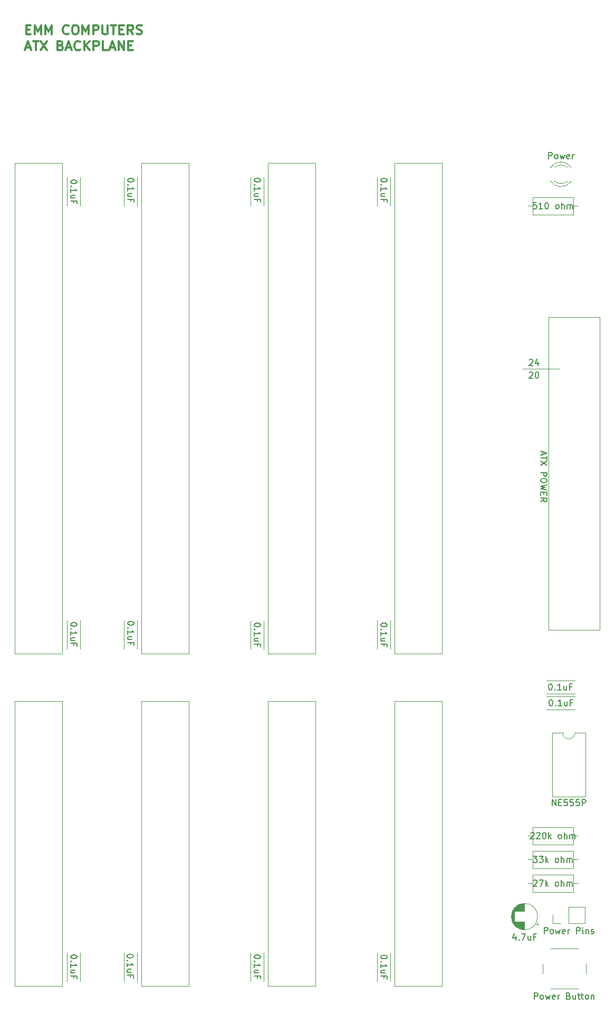
<source format=gbr>
G04 #@! TF.GenerationSoftware,KiCad,Pcbnew,(5.1.8)-1*
G04 #@! TF.CreationDate,2025-02-24T09:12:35-07:00*
G04 #@! TF.ProjectId,Backplane,4261636b-706c-4616-9e65-2e6b69636164,rev?*
G04 #@! TF.SameCoordinates,Original*
G04 #@! TF.FileFunction,Legend,Top*
G04 #@! TF.FilePolarity,Positive*
%FSLAX46Y46*%
G04 Gerber Fmt 4.6, Leading zero omitted, Abs format (unit mm)*
G04 Created by KiCad (PCBNEW (5.1.8)-1) date 2025-02-24 09:12:35*
%MOMM*%
%LPD*%
G01*
G04 APERTURE LIST*
%ADD10C,0.300000*%
%ADD11C,0.120000*%
%ADD12C,0.150000*%
G04 APERTURE END LIST*
D10*
X61512142Y-17916857D02*
X62012142Y-17916857D01*
X62226428Y-18702571D02*
X61512142Y-18702571D01*
X61512142Y-17202571D01*
X62226428Y-17202571D01*
X62869285Y-18702571D02*
X62869285Y-17202571D01*
X63369285Y-18274000D01*
X63869285Y-17202571D01*
X63869285Y-18702571D01*
X64583571Y-18702571D02*
X64583571Y-17202571D01*
X65083571Y-18274000D01*
X65583571Y-17202571D01*
X65583571Y-18702571D01*
X68297857Y-18559714D02*
X68226428Y-18631142D01*
X68012142Y-18702571D01*
X67869285Y-18702571D01*
X67655000Y-18631142D01*
X67512142Y-18488285D01*
X67440714Y-18345428D01*
X67369285Y-18059714D01*
X67369285Y-17845428D01*
X67440714Y-17559714D01*
X67512142Y-17416857D01*
X67655000Y-17274000D01*
X67869285Y-17202571D01*
X68012142Y-17202571D01*
X68226428Y-17274000D01*
X68297857Y-17345428D01*
X69226428Y-17202571D02*
X69512142Y-17202571D01*
X69655000Y-17274000D01*
X69797857Y-17416857D01*
X69869285Y-17702571D01*
X69869285Y-18202571D01*
X69797857Y-18488285D01*
X69655000Y-18631142D01*
X69512142Y-18702571D01*
X69226428Y-18702571D01*
X69083571Y-18631142D01*
X68940714Y-18488285D01*
X68869285Y-18202571D01*
X68869285Y-17702571D01*
X68940714Y-17416857D01*
X69083571Y-17274000D01*
X69226428Y-17202571D01*
X70512142Y-18702571D02*
X70512142Y-17202571D01*
X71012142Y-18274000D01*
X71512142Y-17202571D01*
X71512142Y-18702571D01*
X72226428Y-18702571D02*
X72226428Y-17202571D01*
X72797857Y-17202571D01*
X72940714Y-17274000D01*
X73012142Y-17345428D01*
X73083571Y-17488285D01*
X73083571Y-17702571D01*
X73012142Y-17845428D01*
X72940714Y-17916857D01*
X72797857Y-17988285D01*
X72226428Y-17988285D01*
X73726428Y-17202571D02*
X73726428Y-18416857D01*
X73797857Y-18559714D01*
X73869285Y-18631142D01*
X74012142Y-18702571D01*
X74297857Y-18702571D01*
X74440714Y-18631142D01*
X74512142Y-18559714D01*
X74583571Y-18416857D01*
X74583571Y-17202571D01*
X75083571Y-17202571D02*
X75940714Y-17202571D01*
X75512142Y-18702571D02*
X75512142Y-17202571D01*
X76440714Y-17916857D02*
X76940714Y-17916857D01*
X77155000Y-18702571D02*
X76440714Y-18702571D01*
X76440714Y-17202571D01*
X77155000Y-17202571D01*
X78655000Y-18702571D02*
X78155000Y-17988285D01*
X77797857Y-18702571D02*
X77797857Y-17202571D01*
X78369285Y-17202571D01*
X78512142Y-17274000D01*
X78583571Y-17345428D01*
X78655000Y-17488285D01*
X78655000Y-17702571D01*
X78583571Y-17845428D01*
X78512142Y-17916857D01*
X78369285Y-17988285D01*
X77797857Y-17988285D01*
X79226428Y-18631142D02*
X79440714Y-18702571D01*
X79797857Y-18702571D01*
X79940714Y-18631142D01*
X80012142Y-18559714D01*
X80083571Y-18416857D01*
X80083571Y-18274000D01*
X80012142Y-18131142D01*
X79940714Y-18059714D01*
X79797857Y-17988285D01*
X79512142Y-17916857D01*
X79369285Y-17845428D01*
X79297857Y-17774000D01*
X79226428Y-17631142D01*
X79226428Y-17488285D01*
X79297857Y-17345428D01*
X79369285Y-17274000D01*
X79512142Y-17202571D01*
X79869285Y-17202571D01*
X80083571Y-17274000D01*
X61440714Y-20824000D02*
X62155000Y-20824000D01*
X61297857Y-21252571D02*
X61797857Y-19752571D01*
X62297857Y-21252571D01*
X62583571Y-19752571D02*
X63440714Y-19752571D01*
X63012142Y-21252571D02*
X63012142Y-19752571D01*
X63797857Y-19752571D02*
X64797857Y-21252571D01*
X64797857Y-19752571D02*
X63797857Y-21252571D01*
X67012142Y-20466857D02*
X67226428Y-20538285D01*
X67297857Y-20609714D01*
X67369285Y-20752571D01*
X67369285Y-20966857D01*
X67297857Y-21109714D01*
X67226428Y-21181142D01*
X67083571Y-21252571D01*
X66512142Y-21252571D01*
X66512142Y-19752571D01*
X67012142Y-19752571D01*
X67155000Y-19824000D01*
X67226428Y-19895428D01*
X67297857Y-20038285D01*
X67297857Y-20181142D01*
X67226428Y-20324000D01*
X67155000Y-20395428D01*
X67012142Y-20466857D01*
X66512142Y-20466857D01*
X67940714Y-20824000D02*
X68655000Y-20824000D01*
X67797857Y-21252571D02*
X68297857Y-19752571D01*
X68797857Y-21252571D01*
X70155000Y-21109714D02*
X70083571Y-21181142D01*
X69869285Y-21252571D01*
X69726428Y-21252571D01*
X69512142Y-21181142D01*
X69369285Y-21038285D01*
X69297857Y-20895428D01*
X69226428Y-20609714D01*
X69226428Y-20395428D01*
X69297857Y-20109714D01*
X69369285Y-19966857D01*
X69512142Y-19824000D01*
X69726428Y-19752571D01*
X69869285Y-19752571D01*
X70083571Y-19824000D01*
X70155000Y-19895428D01*
X70797857Y-21252571D02*
X70797857Y-19752571D01*
X71655000Y-21252571D02*
X71012142Y-20395428D01*
X71655000Y-19752571D02*
X70797857Y-20609714D01*
X72297857Y-21252571D02*
X72297857Y-19752571D01*
X72869285Y-19752571D01*
X73012142Y-19824000D01*
X73083571Y-19895428D01*
X73155000Y-20038285D01*
X73155000Y-20252571D01*
X73083571Y-20395428D01*
X73012142Y-20466857D01*
X72869285Y-20538285D01*
X72297857Y-20538285D01*
X74512142Y-21252571D02*
X73797857Y-21252571D01*
X73797857Y-19752571D01*
X74940714Y-20824000D02*
X75655000Y-20824000D01*
X74797857Y-21252571D02*
X75297857Y-19752571D01*
X75797857Y-21252571D01*
X76297857Y-21252571D02*
X76297857Y-19752571D01*
X77155000Y-21252571D01*
X77155000Y-19752571D01*
X77869285Y-20466857D02*
X78369285Y-20466857D01*
X78583571Y-21252571D02*
X77869285Y-21252571D01*
X77869285Y-19752571D01*
X78583571Y-19752571D01*
D11*
G04 #@! TO.C,U1*
X147590000Y-130750000D02*
X145940000Y-130750000D01*
X145940000Y-130750000D02*
X145940000Y-141030000D01*
X145940000Y-141030000D02*
X151240000Y-141030000D01*
X151240000Y-141030000D02*
X151240000Y-130750000D01*
X151240000Y-130750000D02*
X149590000Y-130750000D01*
X149590000Y-130750000D02*
G75*
G02*
X147590000Y-130750000I-1000000J0D01*
G01*
G04 #@! TO.C,D1*
X148880000Y-42384000D02*
X148880000Y-42228000D01*
X148880000Y-40068000D02*
X148880000Y-39912000D01*
X146278870Y-40068163D02*
G75*
G02*
X148360961Y-40068000I1041130J-1079837D01*
G01*
X146278870Y-42227837D02*
G75*
G03*
X148360961Y-42228000I1041130J1079837D01*
G01*
X145647665Y-40069392D02*
G75*
G02*
X148880000Y-39912484I1672335J-1078608D01*
G01*
X145647665Y-42226608D02*
G75*
G03*
X148880000Y-42383516I1672335J1078608D01*
G01*
G04 #@! TO.C,R4*
X150090000Y-46228000D02*
X149320000Y-46228000D01*
X142010000Y-46228000D02*
X142780000Y-46228000D01*
X149320000Y-44858000D02*
X142780000Y-44858000D01*
X149320000Y-47598000D02*
X149320000Y-44858000D01*
X142780000Y-47598000D02*
X149320000Y-47598000D01*
X142780000Y-44858000D02*
X142780000Y-47598000D01*
G04 #@! TO.C,R3*
X150090000Y-147320000D02*
X149320000Y-147320000D01*
X142010000Y-147320000D02*
X142780000Y-147320000D01*
X149320000Y-145950000D02*
X142780000Y-145950000D01*
X149320000Y-148690000D02*
X149320000Y-145950000D01*
X142780000Y-148690000D02*
X149320000Y-148690000D01*
X142780000Y-145950000D02*
X142780000Y-148690000D01*
G04 #@! TO.C,R2*
X150090000Y-151130000D02*
X149320000Y-151130000D01*
X142010000Y-151130000D02*
X142780000Y-151130000D01*
X149320000Y-149760000D02*
X142780000Y-149760000D01*
X149320000Y-152500000D02*
X149320000Y-149760000D01*
X142780000Y-152500000D02*
X149320000Y-152500000D01*
X142780000Y-149760000D02*
X142780000Y-152500000D01*
G04 #@! TO.C,ISA4*
X59690000Y-171450000D02*
X59690000Y-125730000D01*
X67310000Y-171450000D02*
X59690000Y-171450000D01*
X67310000Y-125730000D02*
X67310000Y-171450000D01*
X59690000Y-125730000D02*
X67310000Y-125730000D01*
X59690000Y-39370000D02*
X59690000Y-118110000D01*
X67310000Y-39370000D02*
X59690000Y-39370000D01*
X67310000Y-118110000D02*
X67310000Y-39370000D01*
X59690000Y-118110000D02*
X67310000Y-118110000D01*
G04 #@! TO.C,ISA3*
X80010000Y-171450000D02*
X80010000Y-125730000D01*
X87630000Y-171450000D02*
X80010000Y-171450000D01*
X87630000Y-125730000D02*
X87630000Y-171450000D01*
X80010000Y-125730000D02*
X87630000Y-125730000D01*
X80010000Y-39370000D02*
X80010000Y-118110000D01*
X87630000Y-39370000D02*
X80010000Y-39370000D01*
X87630000Y-118110000D02*
X87630000Y-39370000D01*
X80010000Y-118110000D02*
X87630000Y-118110000D01*
G04 #@! TO.C,ISA2*
X100330000Y-171450000D02*
X100330000Y-125730000D01*
X107950000Y-171450000D02*
X100330000Y-171450000D01*
X107950000Y-125730000D02*
X107950000Y-171450000D01*
X100330000Y-125730000D02*
X107950000Y-125730000D01*
X100330000Y-39370000D02*
X100330000Y-118110000D01*
X107950000Y-39370000D02*
X100330000Y-39370000D01*
X107950000Y-118110000D02*
X107950000Y-39370000D01*
X100330000Y-118110000D02*
X107950000Y-118110000D01*
G04 #@! TO.C,C15*
X149550000Y-124499000D02*
X149550000Y-124514000D01*
X149550000Y-122374000D02*
X149550000Y-122389000D01*
X145010000Y-124499000D02*
X145010000Y-124514000D01*
X145010000Y-122374000D02*
X145010000Y-122389000D01*
X145010000Y-124514000D02*
X149550000Y-124514000D01*
X145010000Y-122374000D02*
X149550000Y-122374000D01*
G04 #@! TO.C,C14*
X145010000Y-124929000D02*
X145010000Y-124914000D01*
X145010000Y-127054000D02*
X145010000Y-127039000D01*
X149550000Y-124929000D02*
X149550000Y-124914000D01*
X149550000Y-127054000D02*
X149550000Y-127039000D01*
X149550000Y-124914000D02*
X145010000Y-124914000D01*
X149550000Y-127054000D02*
X145010000Y-127054000D01*
G04 #@! TO.C,C13*
X143535801Y-161669000D02*
X143535801Y-161269000D01*
X143735801Y-161469000D02*
X143335801Y-161469000D01*
X139385000Y-160644000D02*
X139385000Y-159904000D01*
X139425000Y-160811000D02*
X139425000Y-159737000D01*
X139465000Y-160938000D02*
X139465000Y-159610000D01*
X139505000Y-161042000D02*
X139505000Y-159506000D01*
X139545000Y-161133000D02*
X139545000Y-159415000D01*
X139585000Y-161214000D02*
X139585000Y-159334000D01*
X139625000Y-161287000D02*
X139625000Y-159261000D01*
X139665000Y-161354000D02*
X139665000Y-159194000D01*
X139705000Y-161416000D02*
X139705000Y-159132000D01*
X139745000Y-161474000D02*
X139745000Y-159074000D01*
X139785000Y-161528000D02*
X139785000Y-159020000D01*
X139825000Y-161578000D02*
X139825000Y-158970000D01*
X139865000Y-161625000D02*
X139865000Y-158923000D01*
X139905000Y-159434000D02*
X139905000Y-158878000D01*
X139905000Y-161670000D02*
X139905000Y-161114000D01*
X139945000Y-159434000D02*
X139945000Y-158836000D01*
X139945000Y-161712000D02*
X139945000Y-161114000D01*
X139985000Y-159434000D02*
X139985000Y-158796000D01*
X139985000Y-161752000D02*
X139985000Y-161114000D01*
X140025000Y-159434000D02*
X140025000Y-158758000D01*
X140025000Y-161790000D02*
X140025000Y-161114000D01*
X140065000Y-159434000D02*
X140065000Y-158722000D01*
X140065000Y-161826000D02*
X140065000Y-161114000D01*
X140105000Y-159434000D02*
X140105000Y-158687000D01*
X140105000Y-161861000D02*
X140105000Y-161114000D01*
X140145000Y-159434000D02*
X140145000Y-158655000D01*
X140145000Y-161893000D02*
X140145000Y-161114000D01*
X140185000Y-159434000D02*
X140185000Y-158624000D01*
X140185000Y-161924000D02*
X140185000Y-161114000D01*
X140225000Y-159434000D02*
X140225000Y-158594000D01*
X140225000Y-161954000D02*
X140225000Y-161114000D01*
X140265000Y-159434000D02*
X140265000Y-158566000D01*
X140265000Y-161982000D02*
X140265000Y-161114000D01*
X140305000Y-159434000D02*
X140305000Y-158539000D01*
X140305000Y-162009000D02*
X140305000Y-161114000D01*
X140345000Y-159434000D02*
X140345000Y-158514000D01*
X140345000Y-162034000D02*
X140345000Y-161114000D01*
X140385000Y-159434000D02*
X140385000Y-158489000D01*
X140385000Y-162059000D02*
X140385000Y-161114000D01*
X140425000Y-159434000D02*
X140425000Y-158466000D01*
X140425000Y-162082000D02*
X140425000Y-161114000D01*
X140465000Y-159434000D02*
X140465000Y-158444000D01*
X140465000Y-162104000D02*
X140465000Y-161114000D01*
X140505000Y-159434000D02*
X140505000Y-158423000D01*
X140505000Y-162125000D02*
X140505000Y-161114000D01*
X140545000Y-159434000D02*
X140545000Y-158404000D01*
X140545000Y-162144000D02*
X140545000Y-161114000D01*
X140585000Y-159434000D02*
X140585000Y-158385000D01*
X140585000Y-162163000D02*
X140585000Y-161114000D01*
X140625000Y-159434000D02*
X140625000Y-158367000D01*
X140625000Y-162181000D02*
X140625000Y-161114000D01*
X140665000Y-159434000D02*
X140665000Y-158350000D01*
X140665000Y-162198000D02*
X140665000Y-161114000D01*
X140705000Y-159434000D02*
X140705000Y-158334000D01*
X140705000Y-162214000D02*
X140705000Y-161114000D01*
X140745000Y-159434000D02*
X140745000Y-158320000D01*
X140745000Y-162228000D02*
X140745000Y-161114000D01*
X140786000Y-159434000D02*
X140786000Y-158306000D01*
X140786000Y-162242000D02*
X140786000Y-161114000D01*
X140826000Y-159434000D02*
X140826000Y-158292000D01*
X140826000Y-162256000D02*
X140826000Y-161114000D01*
X140866000Y-159434000D02*
X140866000Y-158280000D01*
X140866000Y-162268000D02*
X140866000Y-161114000D01*
X140906000Y-159434000D02*
X140906000Y-158269000D01*
X140906000Y-162279000D02*
X140906000Y-161114000D01*
X140946000Y-159434000D02*
X140946000Y-158258000D01*
X140946000Y-162290000D02*
X140946000Y-161114000D01*
X140986000Y-159434000D02*
X140986000Y-158249000D01*
X140986000Y-162299000D02*
X140986000Y-161114000D01*
X141026000Y-159434000D02*
X141026000Y-158240000D01*
X141026000Y-162308000D02*
X141026000Y-161114000D01*
X141066000Y-159434000D02*
X141066000Y-158232000D01*
X141066000Y-162316000D02*
X141066000Y-161114000D01*
X141106000Y-159434000D02*
X141106000Y-158224000D01*
X141106000Y-162324000D02*
X141106000Y-161114000D01*
X141146000Y-159434000D02*
X141146000Y-158218000D01*
X141146000Y-162330000D02*
X141146000Y-161114000D01*
X141186000Y-159434000D02*
X141186000Y-158212000D01*
X141186000Y-162336000D02*
X141186000Y-161114000D01*
X141226000Y-159434000D02*
X141226000Y-158207000D01*
X141226000Y-162341000D02*
X141226000Y-161114000D01*
X141266000Y-159434000D02*
X141266000Y-158203000D01*
X141266000Y-162345000D02*
X141266000Y-161114000D01*
X141306000Y-159434000D02*
X141306000Y-158200000D01*
X141306000Y-162348000D02*
X141306000Y-161114000D01*
X141346000Y-159434000D02*
X141346000Y-158197000D01*
X141346000Y-162351000D02*
X141346000Y-161114000D01*
X141386000Y-162353000D02*
X141386000Y-161114000D01*
X141386000Y-159434000D02*
X141386000Y-158195000D01*
X141426000Y-162354000D02*
X141426000Y-161114000D01*
X141426000Y-159434000D02*
X141426000Y-158194000D01*
X141466000Y-162354000D02*
X141466000Y-161114000D01*
X141466000Y-159434000D02*
X141466000Y-158194000D01*
X143586000Y-160274000D02*
G75*
G03*
X143586000Y-160274000I-2120000J0D01*
G01*
G04 #@! TO.C,C12*
X70143000Y-166092000D02*
X70158000Y-166092000D01*
X68018000Y-166092000D02*
X68033000Y-166092000D01*
X70143000Y-170632000D02*
X70158000Y-170632000D01*
X68018000Y-170632000D02*
X68033000Y-170632000D01*
X70158000Y-170632000D02*
X70158000Y-166092000D01*
X68018000Y-170632000D02*
X68018000Y-166092000D01*
G04 #@! TO.C,C11*
X70143000Y-112752000D02*
X70158000Y-112752000D01*
X68018000Y-112752000D02*
X68033000Y-112752000D01*
X70143000Y-117292000D02*
X70158000Y-117292000D01*
X68018000Y-117292000D02*
X68033000Y-117292000D01*
X70158000Y-117292000D02*
X70158000Y-112752000D01*
X68018000Y-117292000D02*
X68018000Y-112752000D01*
G04 #@! TO.C,C10*
X68033000Y-46172000D02*
X68018000Y-46172000D01*
X70158000Y-46172000D02*
X70143000Y-46172000D01*
X68033000Y-41632000D02*
X68018000Y-41632000D01*
X70158000Y-41632000D02*
X70143000Y-41632000D01*
X68018000Y-41632000D02*
X68018000Y-46172000D01*
X70158000Y-41632000D02*
X70158000Y-46172000D01*
G04 #@! TO.C,C9*
X79287000Y-166092000D02*
X79302000Y-166092000D01*
X77162000Y-166092000D02*
X77177000Y-166092000D01*
X79287000Y-170632000D02*
X79302000Y-170632000D01*
X77162000Y-170632000D02*
X77177000Y-170632000D01*
X79302000Y-170632000D02*
X79302000Y-166092000D01*
X77162000Y-170632000D02*
X77162000Y-166092000D01*
G04 #@! TO.C,C8*
X79287000Y-112752000D02*
X79302000Y-112752000D01*
X77162000Y-112752000D02*
X77177000Y-112752000D01*
X79287000Y-117292000D02*
X79302000Y-117292000D01*
X77162000Y-117292000D02*
X77177000Y-117292000D01*
X79302000Y-117292000D02*
X79302000Y-112752000D01*
X77162000Y-117292000D02*
X77162000Y-112752000D01*
G04 #@! TO.C,C7*
X77177000Y-46172000D02*
X77162000Y-46172000D01*
X79302000Y-46172000D02*
X79287000Y-46172000D01*
X77177000Y-41632000D02*
X77162000Y-41632000D01*
X79302000Y-41632000D02*
X79287000Y-41632000D01*
X77162000Y-41632000D02*
X77162000Y-46172000D01*
X79302000Y-41632000D02*
X79302000Y-46172000D01*
G04 #@! TO.C,C6*
X99607000Y-166092000D02*
X99622000Y-166092000D01*
X97482000Y-166092000D02*
X97497000Y-166092000D01*
X99607000Y-170632000D02*
X99622000Y-170632000D01*
X97482000Y-170632000D02*
X97497000Y-170632000D01*
X99622000Y-170632000D02*
X99622000Y-166092000D01*
X97482000Y-170632000D02*
X97482000Y-166092000D01*
G04 #@! TO.C,C5*
X99607000Y-112832000D02*
X99622000Y-112832000D01*
X97482000Y-112832000D02*
X97497000Y-112832000D01*
X99607000Y-117372000D02*
X99622000Y-117372000D01*
X97482000Y-117372000D02*
X97497000Y-117372000D01*
X99622000Y-117372000D02*
X99622000Y-112832000D01*
X97482000Y-117372000D02*
X97482000Y-112832000D01*
G04 #@! TO.C,C4*
X97497000Y-46172000D02*
X97482000Y-46172000D01*
X99622000Y-46172000D02*
X99607000Y-46172000D01*
X97497000Y-41632000D02*
X97482000Y-41632000D01*
X99622000Y-41632000D02*
X99607000Y-41632000D01*
X97482000Y-41632000D02*
X97482000Y-46172000D01*
X99622000Y-41632000D02*
X99622000Y-46172000D01*
G04 #@! TO.C,C3*
X119927000Y-166092000D02*
X119942000Y-166092000D01*
X117802000Y-166092000D02*
X117817000Y-166092000D01*
X119927000Y-170632000D02*
X119942000Y-170632000D01*
X117802000Y-170632000D02*
X117817000Y-170632000D01*
X119942000Y-170632000D02*
X119942000Y-166092000D01*
X117802000Y-170632000D02*
X117802000Y-166092000D01*
G04 #@! TO.C,C2*
X119927000Y-112752000D02*
X119942000Y-112752000D01*
X117802000Y-112752000D02*
X117817000Y-112752000D01*
X119927000Y-117292000D02*
X119942000Y-117292000D01*
X117802000Y-117292000D02*
X117817000Y-117292000D01*
X119942000Y-117292000D02*
X119942000Y-112752000D01*
X117802000Y-117292000D02*
X117802000Y-112752000D01*
G04 #@! TO.C,R1*
X150090000Y-154940000D02*
X149320000Y-154940000D01*
X142010000Y-154940000D02*
X142780000Y-154940000D01*
X149320000Y-153570000D02*
X142780000Y-153570000D01*
X149320000Y-156310000D02*
X149320000Y-153570000D01*
X142780000Y-156310000D02*
X149320000Y-156310000D01*
X142780000Y-153570000D02*
X142780000Y-156310000D01*
G04 #@! TO.C,J8*
X145990000Y-161350000D02*
X145990000Y-160020000D01*
X147320000Y-161350000D02*
X145990000Y-161350000D01*
X148590000Y-161350000D02*
X148590000Y-158690000D01*
X148590000Y-158690000D02*
X151190000Y-158690000D01*
X148590000Y-161350000D02*
X151190000Y-161350000D01*
X151190000Y-161350000D02*
X151190000Y-158690000D01*
G04 #@! TO.C,SW1*
X151380000Y-169370000D02*
X151380000Y-167870000D01*
X150130000Y-165370000D02*
X145630000Y-165370000D01*
X144380000Y-167870000D02*
X144380000Y-169370000D01*
X145630000Y-171870000D02*
X150130000Y-171870000D01*
G04 #@! TO.C,ISA1*
X120650000Y-171450000D02*
X120650000Y-125730000D01*
X128270000Y-171450000D02*
X120650000Y-171450000D01*
X128270000Y-125730000D02*
X128270000Y-171450000D01*
X120650000Y-125730000D02*
X128270000Y-125730000D01*
X120650000Y-39370000D02*
X120650000Y-118110000D01*
X128270000Y-39370000D02*
X120650000Y-39370000D01*
X128270000Y-118110000D02*
X128270000Y-39370000D01*
X120650000Y-118110000D02*
X128270000Y-118110000D01*
G04 #@! TO.C,C1*
X117817000Y-46172000D02*
X117802000Y-46172000D01*
X119942000Y-46172000D02*
X119927000Y-46172000D01*
X117817000Y-41632000D02*
X117802000Y-41632000D01*
X119942000Y-41632000D02*
X119927000Y-41632000D01*
X117802000Y-41632000D02*
X117802000Y-46172000D01*
X119942000Y-41632000D02*
X119942000Y-46172000D01*
G04 #@! TO.C,ATXPOWER1*
X145320000Y-64040000D02*
X153570000Y-64040000D01*
X153570000Y-64040000D02*
X153570000Y-114040000D01*
X153570000Y-114040000D02*
X153570000Y-114290000D01*
X145320000Y-64040000D02*
X145320000Y-114040000D01*
X145320000Y-114040000D02*
X145320000Y-114290000D01*
X145320000Y-114290000D02*
X153570000Y-114290000D01*
X147066000Y-72390000D02*
X141224000Y-72390000D01*
G04 #@! TO.C,U1*
D12*
X145923333Y-142482380D02*
X145923333Y-141482380D01*
X146494761Y-142482380D01*
X146494761Y-141482380D01*
X146970952Y-141958571D02*
X147304285Y-141958571D01*
X147447142Y-142482380D02*
X146970952Y-142482380D01*
X146970952Y-141482380D01*
X147447142Y-141482380D01*
X148351904Y-141482380D02*
X147875714Y-141482380D01*
X147828095Y-141958571D01*
X147875714Y-141910952D01*
X147970952Y-141863333D01*
X148209047Y-141863333D01*
X148304285Y-141910952D01*
X148351904Y-141958571D01*
X148399523Y-142053809D01*
X148399523Y-142291904D01*
X148351904Y-142387142D01*
X148304285Y-142434761D01*
X148209047Y-142482380D01*
X147970952Y-142482380D01*
X147875714Y-142434761D01*
X147828095Y-142387142D01*
X149304285Y-141482380D02*
X148828095Y-141482380D01*
X148780476Y-141958571D01*
X148828095Y-141910952D01*
X148923333Y-141863333D01*
X149161428Y-141863333D01*
X149256666Y-141910952D01*
X149304285Y-141958571D01*
X149351904Y-142053809D01*
X149351904Y-142291904D01*
X149304285Y-142387142D01*
X149256666Y-142434761D01*
X149161428Y-142482380D01*
X148923333Y-142482380D01*
X148828095Y-142434761D01*
X148780476Y-142387142D01*
X150256666Y-141482380D02*
X149780476Y-141482380D01*
X149732857Y-141958571D01*
X149780476Y-141910952D01*
X149875714Y-141863333D01*
X150113809Y-141863333D01*
X150209047Y-141910952D01*
X150256666Y-141958571D01*
X150304285Y-142053809D01*
X150304285Y-142291904D01*
X150256666Y-142387142D01*
X150209047Y-142434761D01*
X150113809Y-142482380D01*
X149875714Y-142482380D01*
X149780476Y-142434761D01*
X149732857Y-142387142D01*
X150732857Y-142482380D02*
X150732857Y-141482380D01*
X151113809Y-141482380D01*
X151209047Y-141530000D01*
X151256666Y-141577619D01*
X151304285Y-141672857D01*
X151304285Y-141815714D01*
X151256666Y-141910952D01*
X151209047Y-141958571D01*
X151113809Y-142006190D01*
X150732857Y-142006190D01*
G04 #@! TO.C,D1*
X145343809Y-38640380D02*
X145343809Y-37640380D01*
X145724761Y-37640380D01*
X145820000Y-37688000D01*
X145867619Y-37735619D01*
X145915238Y-37830857D01*
X145915238Y-37973714D01*
X145867619Y-38068952D01*
X145820000Y-38116571D01*
X145724761Y-38164190D01*
X145343809Y-38164190D01*
X146486666Y-38640380D02*
X146391428Y-38592761D01*
X146343809Y-38545142D01*
X146296190Y-38449904D01*
X146296190Y-38164190D01*
X146343809Y-38068952D01*
X146391428Y-38021333D01*
X146486666Y-37973714D01*
X146629523Y-37973714D01*
X146724761Y-38021333D01*
X146772380Y-38068952D01*
X146820000Y-38164190D01*
X146820000Y-38449904D01*
X146772380Y-38545142D01*
X146724761Y-38592761D01*
X146629523Y-38640380D01*
X146486666Y-38640380D01*
X147153333Y-37973714D02*
X147343809Y-38640380D01*
X147534285Y-38164190D01*
X147724761Y-38640380D01*
X147915238Y-37973714D01*
X148677142Y-38592761D02*
X148581904Y-38640380D01*
X148391428Y-38640380D01*
X148296190Y-38592761D01*
X148248571Y-38497523D01*
X148248571Y-38116571D01*
X148296190Y-38021333D01*
X148391428Y-37973714D01*
X148581904Y-37973714D01*
X148677142Y-38021333D01*
X148724761Y-38116571D01*
X148724761Y-38211809D01*
X148248571Y-38307047D01*
X149153333Y-38640380D02*
X149153333Y-37973714D01*
X149153333Y-38164190D02*
X149200952Y-38068952D01*
X149248571Y-38021333D01*
X149343809Y-37973714D01*
X149439047Y-37973714D01*
G04 #@! TO.C,R4*
X143383333Y-45680380D02*
X142907142Y-45680380D01*
X142859523Y-46156571D01*
X142907142Y-46108952D01*
X143002380Y-46061333D01*
X143240476Y-46061333D01*
X143335714Y-46108952D01*
X143383333Y-46156571D01*
X143430952Y-46251809D01*
X143430952Y-46489904D01*
X143383333Y-46585142D01*
X143335714Y-46632761D01*
X143240476Y-46680380D01*
X143002380Y-46680380D01*
X142907142Y-46632761D01*
X142859523Y-46585142D01*
X144383333Y-46680380D02*
X143811904Y-46680380D01*
X144097619Y-46680380D02*
X144097619Y-45680380D01*
X144002380Y-45823238D01*
X143907142Y-45918476D01*
X143811904Y-45966095D01*
X145002380Y-45680380D02*
X145097619Y-45680380D01*
X145192857Y-45728000D01*
X145240476Y-45775619D01*
X145288095Y-45870857D01*
X145335714Y-46061333D01*
X145335714Y-46299428D01*
X145288095Y-46489904D01*
X145240476Y-46585142D01*
X145192857Y-46632761D01*
X145097619Y-46680380D01*
X145002380Y-46680380D01*
X144907142Y-46632761D01*
X144859523Y-46585142D01*
X144811904Y-46489904D01*
X144764285Y-46299428D01*
X144764285Y-46061333D01*
X144811904Y-45870857D01*
X144859523Y-45775619D01*
X144907142Y-45728000D01*
X145002380Y-45680380D01*
X146669047Y-46680380D02*
X146573809Y-46632761D01*
X146526190Y-46585142D01*
X146478571Y-46489904D01*
X146478571Y-46204190D01*
X146526190Y-46108952D01*
X146573809Y-46061333D01*
X146669047Y-46013714D01*
X146811904Y-46013714D01*
X146907142Y-46061333D01*
X146954761Y-46108952D01*
X147002380Y-46204190D01*
X147002380Y-46489904D01*
X146954761Y-46585142D01*
X146907142Y-46632761D01*
X146811904Y-46680380D01*
X146669047Y-46680380D01*
X147430952Y-46680380D02*
X147430952Y-45680380D01*
X147859523Y-46680380D02*
X147859523Y-46156571D01*
X147811904Y-46061333D01*
X147716666Y-46013714D01*
X147573809Y-46013714D01*
X147478571Y-46061333D01*
X147430952Y-46108952D01*
X148335714Y-46680380D02*
X148335714Y-46013714D01*
X148335714Y-46108952D02*
X148383333Y-46061333D01*
X148478571Y-46013714D01*
X148621428Y-46013714D01*
X148716666Y-46061333D01*
X148764285Y-46156571D01*
X148764285Y-46680380D01*
X148764285Y-46156571D02*
X148811904Y-46061333D01*
X148907142Y-46013714D01*
X149050000Y-46013714D01*
X149145238Y-46061333D01*
X149192857Y-46156571D01*
X149192857Y-46680380D01*
G04 #@! TO.C,R3*
X142454761Y-146867619D02*
X142502380Y-146820000D01*
X142597619Y-146772380D01*
X142835714Y-146772380D01*
X142930952Y-146820000D01*
X142978571Y-146867619D01*
X143026190Y-146962857D01*
X143026190Y-147058095D01*
X142978571Y-147200952D01*
X142407142Y-147772380D01*
X143026190Y-147772380D01*
X143407142Y-146867619D02*
X143454761Y-146820000D01*
X143550000Y-146772380D01*
X143788095Y-146772380D01*
X143883333Y-146820000D01*
X143930952Y-146867619D01*
X143978571Y-146962857D01*
X143978571Y-147058095D01*
X143930952Y-147200952D01*
X143359523Y-147772380D01*
X143978571Y-147772380D01*
X144597619Y-146772380D02*
X144692857Y-146772380D01*
X144788095Y-146820000D01*
X144835714Y-146867619D01*
X144883333Y-146962857D01*
X144930952Y-147153333D01*
X144930952Y-147391428D01*
X144883333Y-147581904D01*
X144835714Y-147677142D01*
X144788095Y-147724761D01*
X144692857Y-147772380D01*
X144597619Y-147772380D01*
X144502380Y-147724761D01*
X144454761Y-147677142D01*
X144407142Y-147581904D01*
X144359523Y-147391428D01*
X144359523Y-147153333D01*
X144407142Y-146962857D01*
X144454761Y-146867619D01*
X144502380Y-146820000D01*
X144597619Y-146772380D01*
X145359523Y-147772380D02*
X145359523Y-146772380D01*
X145454761Y-147391428D02*
X145740476Y-147772380D01*
X145740476Y-147105714D02*
X145359523Y-147486666D01*
X147073809Y-147772380D02*
X146978571Y-147724761D01*
X146930952Y-147677142D01*
X146883333Y-147581904D01*
X146883333Y-147296190D01*
X146930952Y-147200952D01*
X146978571Y-147153333D01*
X147073809Y-147105714D01*
X147216666Y-147105714D01*
X147311904Y-147153333D01*
X147359523Y-147200952D01*
X147407142Y-147296190D01*
X147407142Y-147581904D01*
X147359523Y-147677142D01*
X147311904Y-147724761D01*
X147216666Y-147772380D01*
X147073809Y-147772380D01*
X147835714Y-147772380D02*
X147835714Y-146772380D01*
X148264285Y-147772380D02*
X148264285Y-147248571D01*
X148216666Y-147153333D01*
X148121428Y-147105714D01*
X147978571Y-147105714D01*
X147883333Y-147153333D01*
X147835714Y-147200952D01*
X148740476Y-147772380D02*
X148740476Y-147105714D01*
X148740476Y-147200952D02*
X148788095Y-147153333D01*
X148883333Y-147105714D01*
X149026190Y-147105714D01*
X149121428Y-147153333D01*
X149169047Y-147248571D01*
X149169047Y-147772380D01*
X149169047Y-147248571D02*
X149216666Y-147153333D01*
X149311904Y-147105714D01*
X149454761Y-147105714D01*
X149550000Y-147153333D01*
X149597619Y-147248571D01*
X149597619Y-147772380D01*
G04 #@! TO.C,R2*
X142883333Y-150582380D02*
X143502380Y-150582380D01*
X143169047Y-150963333D01*
X143311904Y-150963333D01*
X143407142Y-151010952D01*
X143454761Y-151058571D01*
X143502380Y-151153809D01*
X143502380Y-151391904D01*
X143454761Y-151487142D01*
X143407142Y-151534761D01*
X143311904Y-151582380D01*
X143026190Y-151582380D01*
X142930952Y-151534761D01*
X142883333Y-151487142D01*
X143835714Y-150582380D02*
X144454761Y-150582380D01*
X144121428Y-150963333D01*
X144264285Y-150963333D01*
X144359523Y-151010952D01*
X144407142Y-151058571D01*
X144454761Y-151153809D01*
X144454761Y-151391904D01*
X144407142Y-151487142D01*
X144359523Y-151534761D01*
X144264285Y-151582380D01*
X143978571Y-151582380D01*
X143883333Y-151534761D01*
X143835714Y-151487142D01*
X144883333Y-151582380D02*
X144883333Y-150582380D01*
X144978571Y-151201428D02*
X145264285Y-151582380D01*
X145264285Y-150915714D02*
X144883333Y-151296666D01*
X146597619Y-151582380D02*
X146502380Y-151534761D01*
X146454761Y-151487142D01*
X146407142Y-151391904D01*
X146407142Y-151106190D01*
X146454761Y-151010952D01*
X146502380Y-150963333D01*
X146597619Y-150915714D01*
X146740476Y-150915714D01*
X146835714Y-150963333D01*
X146883333Y-151010952D01*
X146930952Y-151106190D01*
X146930952Y-151391904D01*
X146883333Y-151487142D01*
X146835714Y-151534761D01*
X146740476Y-151582380D01*
X146597619Y-151582380D01*
X147359523Y-151582380D02*
X147359523Y-150582380D01*
X147788095Y-151582380D02*
X147788095Y-151058571D01*
X147740476Y-150963333D01*
X147645238Y-150915714D01*
X147502380Y-150915714D01*
X147407142Y-150963333D01*
X147359523Y-151010952D01*
X148264285Y-151582380D02*
X148264285Y-150915714D01*
X148264285Y-151010952D02*
X148311904Y-150963333D01*
X148407142Y-150915714D01*
X148550000Y-150915714D01*
X148645238Y-150963333D01*
X148692857Y-151058571D01*
X148692857Y-151582380D01*
X148692857Y-151058571D02*
X148740476Y-150963333D01*
X148835714Y-150915714D01*
X148978571Y-150915714D01*
X149073809Y-150963333D01*
X149121428Y-151058571D01*
X149121428Y-151582380D01*
G04 #@! TO.C,C15*
X145597142Y-122896380D02*
X145692380Y-122896380D01*
X145787619Y-122944000D01*
X145835238Y-122991619D01*
X145882857Y-123086857D01*
X145930476Y-123277333D01*
X145930476Y-123515428D01*
X145882857Y-123705904D01*
X145835238Y-123801142D01*
X145787619Y-123848761D01*
X145692380Y-123896380D01*
X145597142Y-123896380D01*
X145501904Y-123848761D01*
X145454285Y-123801142D01*
X145406666Y-123705904D01*
X145359047Y-123515428D01*
X145359047Y-123277333D01*
X145406666Y-123086857D01*
X145454285Y-122991619D01*
X145501904Y-122944000D01*
X145597142Y-122896380D01*
X146359047Y-123801142D02*
X146406666Y-123848761D01*
X146359047Y-123896380D01*
X146311428Y-123848761D01*
X146359047Y-123801142D01*
X146359047Y-123896380D01*
X147359047Y-123896380D02*
X146787619Y-123896380D01*
X147073333Y-123896380D02*
X147073333Y-122896380D01*
X146978095Y-123039238D01*
X146882857Y-123134476D01*
X146787619Y-123182095D01*
X148216190Y-123229714D02*
X148216190Y-123896380D01*
X147787619Y-123229714D02*
X147787619Y-123753523D01*
X147835238Y-123848761D01*
X147930476Y-123896380D01*
X148073333Y-123896380D01*
X148168571Y-123848761D01*
X148216190Y-123801142D01*
X149025714Y-123372571D02*
X148692380Y-123372571D01*
X148692380Y-123896380D02*
X148692380Y-122896380D01*
X149168571Y-122896380D01*
G04 #@! TO.C,C14*
X145677142Y-125436380D02*
X145772380Y-125436380D01*
X145867619Y-125484000D01*
X145915238Y-125531619D01*
X145962857Y-125626857D01*
X146010476Y-125817333D01*
X146010476Y-126055428D01*
X145962857Y-126245904D01*
X145915238Y-126341142D01*
X145867619Y-126388761D01*
X145772380Y-126436380D01*
X145677142Y-126436380D01*
X145581904Y-126388761D01*
X145534285Y-126341142D01*
X145486666Y-126245904D01*
X145439047Y-126055428D01*
X145439047Y-125817333D01*
X145486666Y-125626857D01*
X145534285Y-125531619D01*
X145581904Y-125484000D01*
X145677142Y-125436380D01*
X146439047Y-126341142D02*
X146486666Y-126388761D01*
X146439047Y-126436380D01*
X146391428Y-126388761D01*
X146439047Y-126341142D01*
X146439047Y-126436380D01*
X147439047Y-126436380D02*
X146867619Y-126436380D01*
X147153333Y-126436380D02*
X147153333Y-125436380D01*
X147058095Y-125579238D01*
X146962857Y-125674476D01*
X146867619Y-125722095D01*
X148296190Y-125769714D02*
X148296190Y-126436380D01*
X147867619Y-125769714D02*
X147867619Y-126293523D01*
X147915238Y-126388761D01*
X148010476Y-126436380D01*
X148153333Y-126436380D01*
X148248571Y-126388761D01*
X148296190Y-126341142D01*
X149105714Y-125912571D02*
X148772380Y-125912571D01*
X148772380Y-126436380D02*
X148772380Y-125436380D01*
X149248571Y-125436380D01*
G04 #@! TO.C,C13*
X140073238Y-163361714D02*
X140073238Y-164028380D01*
X139835142Y-162980761D02*
X139597047Y-163695047D01*
X140216095Y-163695047D01*
X140597047Y-163933142D02*
X140644666Y-163980761D01*
X140597047Y-164028380D01*
X140549428Y-163980761D01*
X140597047Y-163933142D01*
X140597047Y-164028380D01*
X140978000Y-163028380D02*
X141644666Y-163028380D01*
X141216095Y-164028380D01*
X142454190Y-163361714D02*
X142454190Y-164028380D01*
X142025619Y-163361714D02*
X142025619Y-163885523D01*
X142073238Y-163980761D01*
X142168476Y-164028380D01*
X142311333Y-164028380D01*
X142406571Y-163980761D01*
X142454190Y-163933142D01*
X143263714Y-163504571D02*
X142930380Y-163504571D01*
X142930380Y-164028380D02*
X142930380Y-163028380D01*
X143406571Y-163028380D01*
G04 #@! TO.C,C12*
X69635619Y-166679142D02*
X69635619Y-166774380D01*
X69588000Y-166869619D01*
X69540380Y-166917238D01*
X69445142Y-166964857D01*
X69254666Y-167012476D01*
X69016571Y-167012476D01*
X68826095Y-166964857D01*
X68730857Y-166917238D01*
X68683238Y-166869619D01*
X68635619Y-166774380D01*
X68635619Y-166679142D01*
X68683238Y-166583904D01*
X68730857Y-166536285D01*
X68826095Y-166488666D01*
X69016571Y-166441047D01*
X69254666Y-166441047D01*
X69445142Y-166488666D01*
X69540380Y-166536285D01*
X69588000Y-166583904D01*
X69635619Y-166679142D01*
X68730857Y-167441047D02*
X68683238Y-167488666D01*
X68635619Y-167441047D01*
X68683238Y-167393428D01*
X68730857Y-167441047D01*
X68635619Y-167441047D01*
X68635619Y-168441047D02*
X68635619Y-167869619D01*
X68635619Y-168155333D02*
X69635619Y-168155333D01*
X69492761Y-168060095D01*
X69397523Y-167964857D01*
X69349904Y-167869619D01*
X69302285Y-169298190D02*
X68635619Y-169298190D01*
X69302285Y-168869619D02*
X68778476Y-168869619D01*
X68683238Y-168917238D01*
X68635619Y-169012476D01*
X68635619Y-169155333D01*
X68683238Y-169250571D01*
X68730857Y-169298190D01*
X69159428Y-170107714D02*
X69159428Y-169774380D01*
X68635619Y-169774380D02*
X69635619Y-169774380D01*
X69635619Y-170250571D01*
G04 #@! TO.C,C11*
X69635619Y-113317142D02*
X69635619Y-113412380D01*
X69588000Y-113507619D01*
X69540380Y-113555238D01*
X69445142Y-113602857D01*
X69254666Y-113650476D01*
X69016571Y-113650476D01*
X68826095Y-113602857D01*
X68730857Y-113555238D01*
X68683238Y-113507619D01*
X68635619Y-113412380D01*
X68635619Y-113317142D01*
X68683238Y-113221904D01*
X68730857Y-113174285D01*
X68826095Y-113126666D01*
X69016571Y-113079047D01*
X69254666Y-113079047D01*
X69445142Y-113126666D01*
X69540380Y-113174285D01*
X69588000Y-113221904D01*
X69635619Y-113317142D01*
X68730857Y-114079047D02*
X68683238Y-114126666D01*
X68635619Y-114079047D01*
X68683238Y-114031428D01*
X68730857Y-114079047D01*
X68635619Y-114079047D01*
X68635619Y-115079047D02*
X68635619Y-114507619D01*
X68635619Y-114793333D02*
X69635619Y-114793333D01*
X69492761Y-114698095D01*
X69397523Y-114602857D01*
X69349904Y-114507619D01*
X69302285Y-115936190D02*
X68635619Y-115936190D01*
X69302285Y-115507619D02*
X68778476Y-115507619D01*
X68683238Y-115555238D01*
X68635619Y-115650476D01*
X68635619Y-115793333D01*
X68683238Y-115888571D01*
X68730857Y-115936190D01*
X69159428Y-116745714D02*
X69159428Y-116412380D01*
X68635619Y-116412380D02*
X69635619Y-116412380D01*
X69635619Y-116888571D01*
G04 #@! TO.C,C10*
X69635619Y-42299142D02*
X69635619Y-42394380D01*
X69588000Y-42489619D01*
X69540380Y-42537238D01*
X69445142Y-42584857D01*
X69254666Y-42632476D01*
X69016571Y-42632476D01*
X68826095Y-42584857D01*
X68730857Y-42537238D01*
X68683238Y-42489619D01*
X68635619Y-42394380D01*
X68635619Y-42299142D01*
X68683238Y-42203904D01*
X68730857Y-42156285D01*
X68826095Y-42108666D01*
X69016571Y-42061047D01*
X69254666Y-42061047D01*
X69445142Y-42108666D01*
X69540380Y-42156285D01*
X69588000Y-42203904D01*
X69635619Y-42299142D01*
X68730857Y-43061047D02*
X68683238Y-43108666D01*
X68635619Y-43061047D01*
X68683238Y-43013428D01*
X68730857Y-43061047D01*
X68635619Y-43061047D01*
X68635619Y-44061047D02*
X68635619Y-43489619D01*
X68635619Y-43775333D02*
X69635619Y-43775333D01*
X69492761Y-43680095D01*
X69397523Y-43584857D01*
X69349904Y-43489619D01*
X69302285Y-44918190D02*
X68635619Y-44918190D01*
X69302285Y-44489619D02*
X68778476Y-44489619D01*
X68683238Y-44537238D01*
X68635619Y-44632476D01*
X68635619Y-44775333D01*
X68683238Y-44870571D01*
X68730857Y-44918190D01*
X69159428Y-45727714D02*
X69159428Y-45394380D01*
X68635619Y-45394380D02*
X69635619Y-45394380D01*
X69635619Y-45870571D01*
G04 #@! TO.C,C9*
X78673619Y-166557142D02*
X78673619Y-166652380D01*
X78626000Y-166747619D01*
X78578380Y-166795238D01*
X78483142Y-166842857D01*
X78292666Y-166890476D01*
X78054571Y-166890476D01*
X77864095Y-166842857D01*
X77768857Y-166795238D01*
X77721238Y-166747619D01*
X77673619Y-166652380D01*
X77673619Y-166557142D01*
X77721238Y-166461904D01*
X77768857Y-166414285D01*
X77864095Y-166366666D01*
X78054571Y-166319047D01*
X78292666Y-166319047D01*
X78483142Y-166366666D01*
X78578380Y-166414285D01*
X78626000Y-166461904D01*
X78673619Y-166557142D01*
X77768857Y-167319047D02*
X77721238Y-167366666D01*
X77673619Y-167319047D01*
X77721238Y-167271428D01*
X77768857Y-167319047D01*
X77673619Y-167319047D01*
X77673619Y-168319047D02*
X77673619Y-167747619D01*
X77673619Y-168033333D02*
X78673619Y-168033333D01*
X78530761Y-167938095D01*
X78435523Y-167842857D01*
X78387904Y-167747619D01*
X78340285Y-169176190D02*
X77673619Y-169176190D01*
X78340285Y-168747619D02*
X77816476Y-168747619D01*
X77721238Y-168795238D01*
X77673619Y-168890476D01*
X77673619Y-169033333D01*
X77721238Y-169128571D01*
X77768857Y-169176190D01*
X78197428Y-169985714D02*
X78197428Y-169652380D01*
X77673619Y-169652380D02*
X78673619Y-169652380D01*
X78673619Y-170128571D01*
G04 #@! TO.C,C8*
X78779619Y-113165142D02*
X78779619Y-113260380D01*
X78732000Y-113355619D01*
X78684380Y-113403238D01*
X78589142Y-113450857D01*
X78398666Y-113498476D01*
X78160571Y-113498476D01*
X77970095Y-113450857D01*
X77874857Y-113403238D01*
X77827238Y-113355619D01*
X77779619Y-113260380D01*
X77779619Y-113165142D01*
X77827238Y-113069904D01*
X77874857Y-113022285D01*
X77970095Y-112974666D01*
X78160571Y-112927047D01*
X78398666Y-112927047D01*
X78589142Y-112974666D01*
X78684380Y-113022285D01*
X78732000Y-113069904D01*
X78779619Y-113165142D01*
X77874857Y-113927047D02*
X77827238Y-113974666D01*
X77779619Y-113927047D01*
X77827238Y-113879428D01*
X77874857Y-113927047D01*
X77779619Y-113927047D01*
X77779619Y-114927047D02*
X77779619Y-114355619D01*
X77779619Y-114641333D02*
X78779619Y-114641333D01*
X78636761Y-114546095D01*
X78541523Y-114450857D01*
X78493904Y-114355619D01*
X78446285Y-115784190D02*
X77779619Y-115784190D01*
X78446285Y-115355619D02*
X77922476Y-115355619D01*
X77827238Y-115403238D01*
X77779619Y-115498476D01*
X77779619Y-115641333D01*
X77827238Y-115736571D01*
X77874857Y-115784190D01*
X78303428Y-116593714D02*
X78303428Y-116260380D01*
X77779619Y-116260380D02*
X78779619Y-116260380D01*
X78779619Y-116736571D01*
G04 #@! TO.C,C7*
X78779619Y-42045142D02*
X78779619Y-42140380D01*
X78732000Y-42235619D01*
X78684380Y-42283238D01*
X78589142Y-42330857D01*
X78398666Y-42378476D01*
X78160571Y-42378476D01*
X77970095Y-42330857D01*
X77874857Y-42283238D01*
X77827238Y-42235619D01*
X77779619Y-42140380D01*
X77779619Y-42045142D01*
X77827238Y-41949904D01*
X77874857Y-41902285D01*
X77970095Y-41854666D01*
X78160571Y-41807047D01*
X78398666Y-41807047D01*
X78589142Y-41854666D01*
X78684380Y-41902285D01*
X78732000Y-41949904D01*
X78779619Y-42045142D01*
X77874857Y-42807047D02*
X77827238Y-42854666D01*
X77779619Y-42807047D01*
X77827238Y-42759428D01*
X77874857Y-42807047D01*
X77779619Y-42807047D01*
X77779619Y-43807047D02*
X77779619Y-43235619D01*
X77779619Y-43521333D02*
X78779619Y-43521333D01*
X78636761Y-43426095D01*
X78541523Y-43330857D01*
X78493904Y-43235619D01*
X78446285Y-44664190D02*
X77779619Y-44664190D01*
X78446285Y-44235619D02*
X77922476Y-44235619D01*
X77827238Y-44283238D01*
X77779619Y-44378476D01*
X77779619Y-44521333D01*
X77827238Y-44616571D01*
X77874857Y-44664190D01*
X78303428Y-45473714D02*
X78303428Y-45140380D01*
X77779619Y-45140380D02*
X78779619Y-45140380D01*
X78779619Y-45616571D01*
G04 #@! TO.C,C6*
X99099619Y-166679142D02*
X99099619Y-166774380D01*
X99052000Y-166869619D01*
X99004380Y-166917238D01*
X98909142Y-166964857D01*
X98718666Y-167012476D01*
X98480571Y-167012476D01*
X98290095Y-166964857D01*
X98194857Y-166917238D01*
X98147238Y-166869619D01*
X98099619Y-166774380D01*
X98099619Y-166679142D01*
X98147238Y-166583904D01*
X98194857Y-166536285D01*
X98290095Y-166488666D01*
X98480571Y-166441047D01*
X98718666Y-166441047D01*
X98909142Y-166488666D01*
X99004380Y-166536285D01*
X99052000Y-166583904D01*
X99099619Y-166679142D01*
X98194857Y-167441047D02*
X98147238Y-167488666D01*
X98099619Y-167441047D01*
X98147238Y-167393428D01*
X98194857Y-167441047D01*
X98099619Y-167441047D01*
X98099619Y-168441047D02*
X98099619Y-167869619D01*
X98099619Y-168155333D02*
X99099619Y-168155333D01*
X98956761Y-168060095D01*
X98861523Y-167964857D01*
X98813904Y-167869619D01*
X98766285Y-169298190D02*
X98099619Y-169298190D01*
X98766285Y-168869619D02*
X98242476Y-168869619D01*
X98147238Y-168917238D01*
X98099619Y-169012476D01*
X98099619Y-169155333D01*
X98147238Y-169250571D01*
X98194857Y-169298190D01*
X98623428Y-170107714D02*
X98623428Y-169774380D01*
X98099619Y-169774380D02*
X99099619Y-169774380D01*
X99099619Y-170250571D01*
G04 #@! TO.C,C5*
X99099619Y-113419142D02*
X99099619Y-113514380D01*
X99052000Y-113609619D01*
X99004380Y-113657238D01*
X98909142Y-113704857D01*
X98718666Y-113752476D01*
X98480571Y-113752476D01*
X98290095Y-113704857D01*
X98194857Y-113657238D01*
X98147238Y-113609619D01*
X98099619Y-113514380D01*
X98099619Y-113419142D01*
X98147238Y-113323904D01*
X98194857Y-113276285D01*
X98290095Y-113228666D01*
X98480571Y-113181047D01*
X98718666Y-113181047D01*
X98909142Y-113228666D01*
X99004380Y-113276285D01*
X99052000Y-113323904D01*
X99099619Y-113419142D01*
X98194857Y-114181047D02*
X98147238Y-114228666D01*
X98099619Y-114181047D01*
X98147238Y-114133428D01*
X98194857Y-114181047D01*
X98099619Y-114181047D01*
X98099619Y-115181047D02*
X98099619Y-114609619D01*
X98099619Y-114895333D02*
X99099619Y-114895333D01*
X98956761Y-114800095D01*
X98861523Y-114704857D01*
X98813904Y-114609619D01*
X98766285Y-116038190D02*
X98099619Y-116038190D01*
X98766285Y-115609619D02*
X98242476Y-115609619D01*
X98147238Y-115657238D01*
X98099619Y-115752476D01*
X98099619Y-115895333D01*
X98147238Y-115990571D01*
X98194857Y-116038190D01*
X98623428Y-116847714D02*
X98623428Y-116514380D01*
X98099619Y-116514380D02*
X99099619Y-116514380D01*
X99099619Y-116990571D01*
G04 #@! TO.C,C4*
X99099619Y-42045142D02*
X99099619Y-42140380D01*
X99052000Y-42235619D01*
X99004380Y-42283238D01*
X98909142Y-42330857D01*
X98718666Y-42378476D01*
X98480571Y-42378476D01*
X98290095Y-42330857D01*
X98194857Y-42283238D01*
X98147238Y-42235619D01*
X98099619Y-42140380D01*
X98099619Y-42045142D01*
X98147238Y-41949904D01*
X98194857Y-41902285D01*
X98290095Y-41854666D01*
X98480571Y-41807047D01*
X98718666Y-41807047D01*
X98909142Y-41854666D01*
X99004380Y-41902285D01*
X99052000Y-41949904D01*
X99099619Y-42045142D01*
X98194857Y-42807047D02*
X98147238Y-42854666D01*
X98099619Y-42807047D01*
X98147238Y-42759428D01*
X98194857Y-42807047D01*
X98099619Y-42807047D01*
X98099619Y-43807047D02*
X98099619Y-43235619D01*
X98099619Y-43521333D02*
X99099619Y-43521333D01*
X98956761Y-43426095D01*
X98861523Y-43330857D01*
X98813904Y-43235619D01*
X98766285Y-44664190D02*
X98099619Y-44664190D01*
X98766285Y-44235619D02*
X98242476Y-44235619D01*
X98147238Y-44283238D01*
X98099619Y-44378476D01*
X98099619Y-44521333D01*
X98147238Y-44616571D01*
X98194857Y-44664190D01*
X98623428Y-45473714D02*
X98623428Y-45140380D01*
X98099619Y-45140380D02*
X99099619Y-45140380D01*
X99099619Y-45616571D01*
G04 #@! TO.C,C3*
X119419619Y-166719142D02*
X119419619Y-166814380D01*
X119372000Y-166909619D01*
X119324380Y-166957238D01*
X119229142Y-167004857D01*
X119038666Y-167052476D01*
X118800571Y-167052476D01*
X118610095Y-167004857D01*
X118514857Y-166957238D01*
X118467238Y-166909619D01*
X118419619Y-166814380D01*
X118419619Y-166719142D01*
X118467238Y-166623904D01*
X118514857Y-166576285D01*
X118610095Y-166528666D01*
X118800571Y-166481047D01*
X119038666Y-166481047D01*
X119229142Y-166528666D01*
X119324380Y-166576285D01*
X119372000Y-166623904D01*
X119419619Y-166719142D01*
X118514857Y-167481047D02*
X118467238Y-167528666D01*
X118419619Y-167481047D01*
X118467238Y-167433428D01*
X118514857Y-167481047D01*
X118419619Y-167481047D01*
X118419619Y-168481047D02*
X118419619Y-167909619D01*
X118419619Y-168195333D02*
X119419619Y-168195333D01*
X119276761Y-168100095D01*
X119181523Y-168004857D01*
X119133904Y-167909619D01*
X119086285Y-169338190D02*
X118419619Y-169338190D01*
X119086285Y-168909619D02*
X118562476Y-168909619D01*
X118467238Y-168957238D01*
X118419619Y-169052476D01*
X118419619Y-169195333D01*
X118467238Y-169290571D01*
X118514857Y-169338190D01*
X118943428Y-170147714D02*
X118943428Y-169814380D01*
X118419619Y-169814380D02*
X119419619Y-169814380D01*
X119419619Y-170290571D01*
G04 #@! TO.C,C2*
X119419619Y-113419142D02*
X119419619Y-113514380D01*
X119372000Y-113609619D01*
X119324380Y-113657238D01*
X119229142Y-113704857D01*
X119038666Y-113752476D01*
X118800571Y-113752476D01*
X118610095Y-113704857D01*
X118514857Y-113657238D01*
X118467238Y-113609619D01*
X118419619Y-113514380D01*
X118419619Y-113419142D01*
X118467238Y-113323904D01*
X118514857Y-113276285D01*
X118610095Y-113228666D01*
X118800571Y-113181047D01*
X119038666Y-113181047D01*
X119229142Y-113228666D01*
X119324380Y-113276285D01*
X119372000Y-113323904D01*
X119419619Y-113419142D01*
X118514857Y-114181047D02*
X118467238Y-114228666D01*
X118419619Y-114181047D01*
X118467238Y-114133428D01*
X118514857Y-114181047D01*
X118419619Y-114181047D01*
X118419619Y-115181047D02*
X118419619Y-114609619D01*
X118419619Y-114895333D02*
X119419619Y-114895333D01*
X119276761Y-114800095D01*
X119181523Y-114704857D01*
X119133904Y-114609619D01*
X119086285Y-116038190D02*
X118419619Y-116038190D01*
X119086285Y-115609619D02*
X118562476Y-115609619D01*
X118467238Y-115657238D01*
X118419619Y-115752476D01*
X118419619Y-115895333D01*
X118467238Y-115990571D01*
X118514857Y-116038190D01*
X118943428Y-116847714D02*
X118943428Y-116514380D01*
X118419619Y-116514380D02*
X119419619Y-116514380D01*
X119419619Y-116990571D01*
G04 #@! TO.C,R1*
X142930952Y-154487619D02*
X142978571Y-154440000D01*
X143073809Y-154392380D01*
X143311904Y-154392380D01*
X143407142Y-154440000D01*
X143454761Y-154487619D01*
X143502380Y-154582857D01*
X143502380Y-154678095D01*
X143454761Y-154820952D01*
X142883333Y-155392380D01*
X143502380Y-155392380D01*
X143835714Y-154392380D02*
X144502380Y-154392380D01*
X144073809Y-155392380D01*
X144883333Y-155392380D02*
X144883333Y-154392380D01*
X144978571Y-155011428D02*
X145264285Y-155392380D01*
X145264285Y-154725714D02*
X144883333Y-155106666D01*
X146597619Y-155392380D02*
X146502380Y-155344761D01*
X146454761Y-155297142D01*
X146407142Y-155201904D01*
X146407142Y-154916190D01*
X146454761Y-154820952D01*
X146502380Y-154773333D01*
X146597619Y-154725714D01*
X146740476Y-154725714D01*
X146835714Y-154773333D01*
X146883333Y-154820952D01*
X146930952Y-154916190D01*
X146930952Y-155201904D01*
X146883333Y-155297142D01*
X146835714Y-155344761D01*
X146740476Y-155392380D01*
X146597619Y-155392380D01*
X147359523Y-155392380D02*
X147359523Y-154392380D01*
X147788095Y-155392380D02*
X147788095Y-154868571D01*
X147740476Y-154773333D01*
X147645238Y-154725714D01*
X147502380Y-154725714D01*
X147407142Y-154773333D01*
X147359523Y-154820952D01*
X148264285Y-155392380D02*
X148264285Y-154725714D01*
X148264285Y-154820952D02*
X148311904Y-154773333D01*
X148407142Y-154725714D01*
X148550000Y-154725714D01*
X148645238Y-154773333D01*
X148692857Y-154868571D01*
X148692857Y-155392380D01*
X148692857Y-154868571D02*
X148740476Y-154773333D01*
X148835714Y-154725714D01*
X148978571Y-154725714D01*
X149073809Y-154773333D01*
X149121428Y-154868571D01*
X149121428Y-155392380D01*
G04 #@! TO.C,J8*
X144637619Y-163012380D02*
X144637619Y-162012380D01*
X145018571Y-162012380D01*
X145113809Y-162060000D01*
X145161428Y-162107619D01*
X145209047Y-162202857D01*
X145209047Y-162345714D01*
X145161428Y-162440952D01*
X145113809Y-162488571D01*
X145018571Y-162536190D01*
X144637619Y-162536190D01*
X145780476Y-163012380D02*
X145685238Y-162964761D01*
X145637619Y-162917142D01*
X145590000Y-162821904D01*
X145590000Y-162536190D01*
X145637619Y-162440952D01*
X145685238Y-162393333D01*
X145780476Y-162345714D01*
X145923333Y-162345714D01*
X146018571Y-162393333D01*
X146066190Y-162440952D01*
X146113809Y-162536190D01*
X146113809Y-162821904D01*
X146066190Y-162917142D01*
X146018571Y-162964761D01*
X145923333Y-163012380D01*
X145780476Y-163012380D01*
X146447142Y-162345714D02*
X146637619Y-163012380D01*
X146828095Y-162536190D01*
X147018571Y-163012380D01*
X147209047Y-162345714D01*
X147970952Y-162964761D02*
X147875714Y-163012380D01*
X147685238Y-163012380D01*
X147590000Y-162964761D01*
X147542380Y-162869523D01*
X147542380Y-162488571D01*
X147590000Y-162393333D01*
X147685238Y-162345714D01*
X147875714Y-162345714D01*
X147970952Y-162393333D01*
X148018571Y-162488571D01*
X148018571Y-162583809D01*
X147542380Y-162679047D01*
X148447142Y-163012380D02*
X148447142Y-162345714D01*
X148447142Y-162536190D02*
X148494761Y-162440952D01*
X148542380Y-162393333D01*
X148637619Y-162345714D01*
X148732857Y-162345714D01*
X149828095Y-163012380D02*
X149828095Y-162012380D01*
X150209047Y-162012380D01*
X150304285Y-162060000D01*
X150351904Y-162107619D01*
X150399523Y-162202857D01*
X150399523Y-162345714D01*
X150351904Y-162440952D01*
X150304285Y-162488571D01*
X150209047Y-162536190D01*
X149828095Y-162536190D01*
X150828095Y-163012380D02*
X150828095Y-162345714D01*
X150828095Y-162012380D02*
X150780476Y-162060000D01*
X150828095Y-162107619D01*
X150875714Y-162060000D01*
X150828095Y-162012380D01*
X150828095Y-162107619D01*
X151304285Y-162345714D02*
X151304285Y-163012380D01*
X151304285Y-162440952D02*
X151351904Y-162393333D01*
X151447142Y-162345714D01*
X151590000Y-162345714D01*
X151685238Y-162393333D01*
X151732857Y-162488571D01*
X151732857Y-163012380D01*
X152161428Y-162964761D02*
X152256666Y-163012380D01*
X152447142Y-163012380D01*
X152542380Y-162964761D01*
X152590000Y-162869523D01*
X152590000Y-162821904D01*
X152542380Y-162726666D01*
X152447142Y-162679047D01*
X152304285Y-162679047D01*
X152209047Y-162631428D01*
X152161428Y-162536190D01*
X152161428Y-162488571D01*
X152209047Y-162393333D01*
X152304285Y-162345714D01*
X152447142Y-162345714D01*
X152542380Y-162393333D01*
G04 #@! TO.C,SW1*
X143042285Y-173522380D02*
X143042285Y-172522380D01*
X143423238Y-172522380D01*
X143518476Y-172570000D01*
X143566095Y-172617619D01*
X143613714Y-172712857D01*
X143613714Y-172855714D01*
X143566095Y-172950952D01*
X143518476Y-172998571D01*
X143423238Y-173046190D01*
X143042285Y-173046190D01*
X144185142Y-173522380D02*
X144089904Y-173474761D01*
X144042285Y-173427142D01*
X143994666Y-173331904D01*
X143994666Y-173046190D01*
X144042285Y-172950952D01*
X144089904Y-172903333D01*
X144185142Y-172855714D01*
X144328000Y-172855714D01*
X144423238Y-172903333D01*
X144470857Y-172950952D01*
X144518476Y-173046190D01*
X144518476Y-173331904D01*
X144470857Y-173427142D01*
X144423238Y-173474761D01*
X144328000Y-173522380D01*
X144185142Y-173522380D01*
X144851809Y-172855714D02*
X145042285Y-173522380D01*
X145232761Y-173046190D01*
X145423238Y-173522380D01*
X145613714Y-172855714D01*
X146375619Y-173474761D02*
X146280380Y-173522380D01*
X146089904Y-173522380D01*
X145994666Y-173474761D01*
X145947047Y-173379523D01*
X145947047Y-172998571D01*
X145994666Y-172903333D01*
X146089904Y-172855714D01*
X146280380Y-172855714D01*
X146375619Y-172903333D01*
X146423238Y-172998571D01*
X146423238Y-173093809D01*
X145947047Y-173189047D01*
X146851809Y-173522380D02*
X146851809Y-172855714D01*
X146851809Y-173046190D02*
X146899428Y-172950952D01*
X146947047Y-172903333D01*
X147042285Y-172855714D01*
X147137523Y-172855714D01*
X148566095Y-172998571D02*
X148708952Y-173046190D01*
X148756571Y-173093809D01*
X148804190Y-173189047D01*
X148804190Y-173331904D01*
X148756571Y-173427142D01*
X148708952Y-173474761D01*
X148613714Y-173522380D01*
X148232761Y-173522380D01*
X148232761Y-172522380D01*
X148566095Y-172522380D01*
X148661333Y-172570000D01*
X148708952Y-172617619D01*
X148756571Y-172712857D01*
X148756571Y-172808095D01*
X148708952Y-172903333D01*
X148661333Y-172950952D01*
X148566095Y-172998571D01*
X148232761Y-172998571D01*
X149661333Y-172855714D02*
X149661333Y-173522380D01*
X149232761Y-172855714D02*
X149232761Y-173379523D01*
X149280380Y-173474761D01*
X149375619Y-173522380D01*
X149518476Y-173522380D01*
X149613714Y-173474761D01*
X149661333Y-173427142D01*
X149994666Y-172855714D02*
X150375619Y-172855714D01*
X150137523Y-172522380D02*
X150137523Y-173379523D01*
X150185142Y-173474761D01*
X150280380Y-173522380D01*
X150375619Y-173522380D01*
X150566095Y-172855714D02*
X150947047Y-172855714D01*
X150708952Y-172522380D02*
X150708952Y-173379523D01*
X150756571Y-173474761D01*
X150851809Y-173522380D01*
X150947047Y-173522380D01*
X151423238Y-173522380D02*
X151328000Y-173474761D01*
X151280380Y-173427142D01*
X151232761Y-173331904D01*
X151232761Y-173046190D01*
X151280380Y-172950952D01*
X151328000Y-172903333D01*
X151423238Y-172855714D01*
X151566095Y-172855714D01*
X151661333Y-172903333D01*
X151708952Y-172950952D01*
X151756571Y-173046190D01*
X151756571Y-173331904D01*
X151708952Y-173427142D01*
X151661333Y-173474761D01*
X151566095Y-173522380D01*
X151423238Y-173522380D01*
X152185142Y-172855714D02*
X152185142Y-173522380D01*
X152185142Y-172950952D02*
X152232761Y-172903333D01*
X152328000Y-172855714D01*
X152470857Y-172855714D01*
X152566095Y-172903333D01*
X152613714Y-172998571D01*
X152613714Y-173522380D01*
G04 #@! TO.C,C1*
X119419619Y-42045142D02*
X119419619Y-42140380D01*
X119372000Y-42235619D01*
X119324380Y-42283238D01*
X119229142Y-42330857D01*
X119038666Y-42378476D01*
X118800571Y-42378476D01*
X118610095Y-42330857D01*
X118514857Y-42283238D01*
X118467238Y-42235619D01*
X118419619Y-42140380D01*
X118419619Y-42045142D01*
X118467238Y-41949904D01*
X118514857Y-41902285D01*
X118610095Y-41854666D01*
X118800571Y-41807047D01*
X119038666Y-41807047D01*
X119229142Y-41854666D01*
X119324380Y-41902285D01*
X119372000Y-41949904D01*
X119419619Y-42045142D01*
X118514857Y-42807047D02*
X118467238Y-42854666D01*
X118419619Y-42807047D01*
X118467238Y-42759428D01*
X118514857Y-42807047D01*
X118419619Y-42807047D01*
X118419619Y-43807047D02*
X118419619Y-43235619D01*
X118419619Y-43521333D02*
X119419619Y-43521333D01*
X119276761Y-43426095D01*
X119181523Y-43330857D01*
X119133904Y-43235619D01*
X119086285Y-44664190D02*
X118419619Y-44664190D01*
X119086285Y-44235619D02*
X118562476Y-44235619D01*
X118467238Y-44283238D01*
X118419619Y-44378476D01*
X118419619Y-44521333D01*
X118467238Y-44616571D01*
X118514857Y-44664190D01*
X118943428Y-45473714D02*
X118943428Y-45140380D01*
X118419619Y-45140380D02*
X119419619Y-45140380D01*
X119419619Y-45616571D01*
G04 #@! TO.C,ATXPOWER1*
X144359333Y-85638190D02*
X144359333Y-86114380D01*
X144073619Y-85542952D02*
X145073619Y-85876285D01*
X144073619Y-86209619D01*
X145073619Y-86400095D02*
X145073619Y-86971523D01*
X144073619Y-86685809D02*
X145073619Y-86685809D01*
X145073619Y-87209619D02*
X144073619Y-87876285D01*
X145073619Y-87876285D02*
X144073619Y-87209619D01*
X144073619Y-89019142D02*
X145073619Y-89019142D01*
X145073619Y-89400095D01*
X145026000Y-89495333D01*
X144978380Y-89542952D01*
X144883142Y-89590571D01*
X144740285Y-89590571D01*
X144645047Y-89542952D01*
X144597428Y-89495333D01*
X144549809Y-89400095D01*
X144549809Y-89019142D01*
X145073619Y-90209619D02*
X145073619Y-90400095D01*
X145026000Y-90495333D01*
X144930761Y-90590571D01*
X144740285Y-90638190D01*
X144406952Y-90638190D01*
X144216476Y-90590571D01*
X144121238Y-90495333D01*
X144073619Y-90400095D01*
X144073619Y-90209619D01*
X144121238Y-90114380D01*
X144216476Y-90019142D01*
X144406952Y-89971523D01*
X144740285Y-89971523D01*
X144930761Y-90019142D01*
X145026000Y-90114380D01*
X145073619Y-90209619D01*
X145073619Y-90971523D02*
X144073619Y-91209619D01*
X144787904Y-91400095D01*
X144073619Y-91590571D01*
X145073619Y-91828666D01*
X144597428Y-92209619D02*
X144597428Y-92542952D01*
X144073619Y-92685809D02*
X144073619Y-92209619D01*
X145073619Y-92209619D01*
X145073619Y-92685809D01*
X144073619Y-93685809D02*
X144549809Y-93352476D01*
X144073619Y-93114380D02*
X145073619Y-93114380D01*
X145073619Y-93495333D01*
X145026000Y-93590571D01*
X144978380Y-93638190D01*
X144883142Y-93685809D01*
X144740285Y-93685809D01*
X144645047Y-93638190D01*
X144597428Y-93590571D01*
X144549809Y-93495333D01*
X144549809Y-93114380D01*
X142240095Y-72953619D02*
X142287714Y-72906000D01*
X142382952Y-72858380D01*
X142621047Y-72858380D01*
X142716285Y-72906000D01*
X142763904Y-72953619D01*
X142811523Y-73048857D01*
X142811523Y-73144095D01*
X142763904Y-73286952D01*
X142192476Y-73858380D01*
X142811523Y-73858380D01*
X143430571Y-72858380D02*
X143525809Y-72858380D01*
X143621047Y-72906000D01*
X143668666Y-72953619D01*
X143716285Y-73048857D01*
X143763904Y-73239333D01*
X143763904Y-73477428D01*
X143716285Y-73667904D01*
X143668666Y-73763142D01*
X143621047Y-73810761D01*
X143525809Y-73858380D01*
X143430571Y-73858380D01*
X143335333Y-73810761D01*
X143287714Y-73763142D01*
X143240095Y-73667904D01*
X143192476Y-73477428D01*
X143192476Y-73239333D01*
X143240095Y-73048857D01*
X143287714Y-72953619D01*
X143335333Y-72906000D01*
X143430571Y-72858380D01*
X142240095Y-70921619D02*
X142287714Y-70874000D01*
X142382952Y-70826380D01*
X142621047Y-70826380D01*
X142716285Y-70874000D01*
X142763904Y-70921619D01*
X142811523Y-71016857D01*
X142811523Y-71112095D01*
X142763904Y-71254952D01*
X142192476Y-71826380D01*
X142811523Y-71826380D01*
X143668666Y-71159714D02*
X143668666Y-71826380D01*
X143430571Y-70778761D02*
X143192476Y-71493047D01*
X143811523Y-71493047D01*
G04 #@! TD*
M02*

</source>
